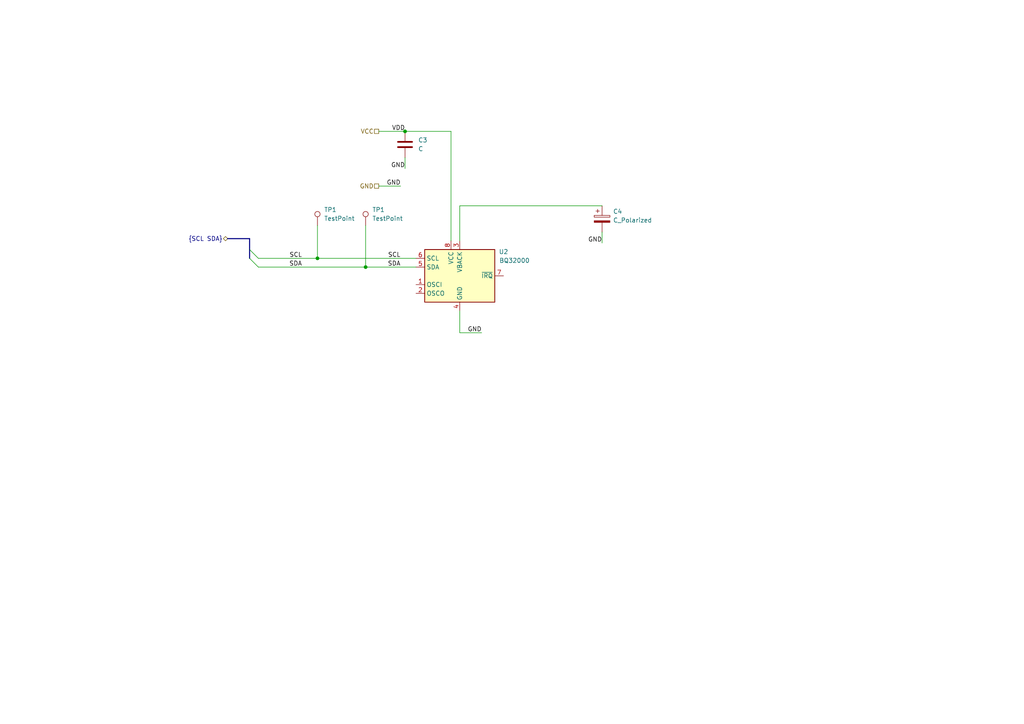
<source format=kicad_sch>
(kicad_sch (version 20230121) (generator eeschema)

  (uuid 276e9270-1ac9-4e3f-b1d9-0cbd51ddd27f)

  (paper "A4")

  (title_block
    (rev "0.1")
    (company "Németh Péter Bence")
    (comment 1 "Kandó Kálmán Villamosmérnöki Kar")
    (comment 2 "Óbudai Egyetem")
  )

  (lib_symbols
    (symbol "Connector:TestPoint" (pin_numbers hide) (pin_names (offset 0.762) hide) (in_bom yes) (on_board yes)
      (property "Reference" "TP" (at 0 6.858 0)
        (effects (font (size 1.27 1.27)))
      )
      (property "Value" "TestPoint" (at 0 5.08 0)
        (effects (font (size 1.27 1.27)))
      )
      (property "Footprint" "" (at 5.08 0 0)
        (effects (font (size 1.27 1.27)) hide)
      )
      (property "Datasheet" "~" (at 5.08 0 0)
        (effects (font (size 1.27 1.27)) hide)
      )
      (property "ki_keywords" "test point tp" (at 0 0 0)
        (effects (font (size 1.27 1.27)) hide)
      )
      (property "ki_description" "test point" (at 0 0 0)
        (effects (font (size 1.27 1.27)) hide)
      )
      (property "ki_fp_filters" "Pin* Test*" (at 0 0 0)
        (effects (font (size 1.27 1.27)) hide)
      )
      (symbol "TestPoint_0_1"
        (circle (center 0 3.302) (radius 0.762)
          (stroke (width 0) (type default))
          (fill (type none))
        )
      )
      (symbol "TestPoint_1_1"
        (pin passive line (at 0 0 90) (length 2.54)
          (name "1" (effects (font (size 1.27 1.27))))
          (number "1" (effects (font (size 1.27 1.27))))
        )
      )
    )
    (symbol "Device:C" (pin_numbers hide) (pin_names (offset 0.254)) (in_bom yes) (on_board yes)
      (property "Reference" "C" (at 0.635 2.54 0)
        (effects (font (size 1.27 1.27)) (justify left))
      )
      (property "Value" "C" (at 0.635 -2.54 0)
        (effects (font (size 1.27 1.27)) (justify left))
      )
      (property "Footprint" "" (at 0.9652 -3.81 0)
        (effects (font (size 1.27 1.27)) hide)
      )
      (property "Datasheet" "~" (at 0 0 0)
        (effects (font (size 1.27 1.27)) hide)
      )
      (property "ki_keywords" "cap capacitor" (at 0 0 0)
        (effects (font (size 1.27 1.27)) hide)
      )
      (property "ki_description" "Unpolarized capacitor" (at 0 0 0)
        (effects (font (size 1.27 1.27)) hide)
      )
      (property "ki_fp_filters" "C_*" (at 0 0 0)
        (effects (font (size 1.27 1.27)) hide)
      )
      (symbol "C_0_1"
        (polyline
          (pts
            (xy -2.032 -0.762)
            (xy 2.032 -0.762)
          )
          (stroke (width 0.508) (type default))
          (fill (type none))
        )
        (polyline
          (pts
            (xy -2.032 0.762)
            (xy 2.032 0.762)
          )
          (stroke (width 0.508) (type default))
          (fill (type none))
        )
      )
      (symbol "C_1_1"
        (pin passive line (at 0 3.81 270) (length 2.794)
          (name "~" (effects (font (size 1.27 1.27))))
          (number "1" (effects (font (size 1.27 1.27))))
        )
        (pin passive line (at 0 -3.81 90) (length 2.794)
          (name "~" (effects (font (size 1.27 1.27))))
          (number "2" (effects (font (size 1.27 1.27))))
        )
      )
    )
    (symbol "Device:C_Polarized" (pin_numbers hide) (pin_names (offset 0.254)) (in_bom yes) (on_board yes)
      (property "Reference" "C" (at 0.635 2.54 0)
        (effects (font (size 1.27 1.27)) (justify left))
      )
      (property "Value" "C_Polarized" (at 0.635 -2.54 0)
        (effects (font (size 1.27 1.27)) (justify left))
      )
      (property "Footprint" "" (at 0.9652 -3.81 0)
        (effects (font (size 1.27 1.27)) hide)
      )
      (property "Datasheet" "~" (at 0 0 0)
        (effects (font (size 1.27 1.27)) hide)
      )
      (property "ki_keywords" "cap capacitor" (at 0 0 0)
        (effects (font (size 1.27 1.27)) hide)
      )
      (property "ki_description" "Polarized capacitor" (at 0 0 0)
        (effects (font (size 1.27 1.27)) hide)
      )
      (property "ki_fp_filters" "CP_*" (at 0 0 0)
        (effects (font (size 1.27 1.27)) hide)
      )
      (symbol "C_Polarized_0_1"
        (rectangle (start -2.286 0.508) (end 2.286 1.016)
          (stroke (width 0) (type default))
          (fill (type none))
        )
        (polyline
          (pts
            (xy -1.778 2.286)
            (xy -0.762 2.286)
          )
          (stroke (width 0) (type default))
          (fill (type none))
        )
        (polyline
          (pts
            (xy -1.27 2.794)
            (xy -1.27 1.778)
          )
          (stroke (width 0) (type default))
          (fill (type none))
        )
        (rectangle (start 2.286 -0.508) (end -2.286 -1.016)
          (stroke (width 0) (type default))
          (fill (type outline))
        )
      )
      (symbol "C_Polarized_1_1"
        (pin passive line (at 0 3.81 270) (length 2.794)
          (name "~" (effects (font (size 1.27 1.27))))
          (number "1" (effects (font (size 1.27 1.27))))
        )
        (pin passive line (at 0 -3.81 90) (length 2.794)
          (name "~" (effects (font (size 1.27 1.27))))
          (number "2" (effects (font (size 1.27 1.27))))
        )
      )
    )
    (symbol "Timer_RTC:BQ32000" (in_bom yes) (on_board yes)
      (property "Reference" "U" (at -8.89 8.89 0)
        (effects (font (size 1.27 1.27)))
      )
      (property "Value" "BQ32000" (at 1.27 8.89 0)
        (effects (font (size 1.27 1.27)) (justify left))
      )
      (property "Footprint" "Package_SO:SOIC-8_3.9x4.9mm_P1.27mm" (at 0 -12.7 0)
        (effects (font (size 1.27 1.27)) hide)
      )
      (property "Datasheet" "http://www.ti.com/lit/ds/symlink/bq32000.pdf" (at 0 0 0)
        (effects (font (size 1.27 1.27)) hide)
      )
      (property "ki_keywords" "RTC, I2C Timekeeping Chip" (at 0 0 0)
        (effects (font (size 1.27 1.27)) hide)
      )
      (property "ki_description" "Serial, I2C Real-time clock, Trickle charger, 3V to 3.6V VCC, -40°C to +85°C, SOIC-8" (at 0 0 0)
        (effects (font (size 1.27 1.27)) hide)
      )
      (property "ki_fp_filters" "SOIC*3.9x4.9mm?P1.27mm*" (at 0 0 0)
        (effects (font (size 1.27 1.27)) hide)
      )
      (symbol "BQ32000_0_1"
        (rectangle (start -10.16 7.62) (end 10.16 -7.62)
          (stroke (width 0.254) (type default))
          (fill (type background))
        )
      )
      (symbol "BQ32000_1_1"
        (pin input line (at -12.7 -2.54 0) (length 2.54)
          (name "OSCI" (effects (font (size 1.27 1.27))))
          (number "1" (effects (font (size 1.27 1.27))))
        )
        (pin input line (at -12.7 -5.08 0) (length 2.54)
          (name "OSCO" (effects (font (size 1.27 1.27))))
          (number "2" (effects (font (size 1.27 1.27))))
        )
        (pin power_in line (at 0 10.16 270) (length 2.54)
          (name "VBACK" (effects (font (size 1.27 1.27))))
          (number "3" (effects (font (size 1.27 1.27))))
        )
        (pin power_in line (at 0 -10.16 90) (length 2.54)
          (name "GND" (effects (font (size 1.27 1.27))))
          (number "4" (effects (font (size 1.27 1.27))))
        )
        (pin bidirectional line (at -12.7 2.54 0) (length 2.54)
          (name "SDA" (effects (font (size 1.27 1.27))))
          (number "5" (effects (font (size 1.27 1.27))))
        )
        (pin input line (at -12.7 5.08 0) (length 2.54)
          (name "SCL" (effects (font (size 1.27 1.27))))
          (number "6" (effects (font (size 1.27 1.27))))
        )
        (pin open_collector line (at 12.7 0 180) (length 2.54)
          (name "~{IRQ}" (effects (font (size 1.27 1.27))))
          (number "7" (effects (font (size 1.27 1.27))))
        )
        (pin power_in line (at -2.54 10.16 270) (length 2.54)
          (name "VCC" (effects (font (size 1.27 1.27))))
          (number "8" (effects (font (size 1.27 1.27))))
        )
      )
    )
  )

  (junction (at 117.475 38.1) (diameter 0) (color 0 0 0 0)
    (uuid 25240dbc-4997-4c4b-bf1a-4a5f6abccd3e)
  )
  (junction (at 106.045 77.47) (diameter 0) (color 0 0 0 0)
    (uuid 2ae61fe8-4da7-4c18-acef-3e19e1f16697)
  )
  (junction (at 92.075 74.93) (diameter 0) (color 0 0 0 0)
    (uuid 8bd522ae-36f9-4b37-bad0-954e9da4b2ff)
  )

  (bus_entry (at 74.93 74.93) (size -2.54 -2.54)
    (stroke (width 0) (type default))
    (uuid 2a09348a-81c8-436d-830f-7d62afcf9dd5)
  )
  (bus_entry (at 74.93 77.47) (size -2.54 -2.54)
    (stroke (width 0) (type default))
    (uuid 57b72408-37a5-486c-b450-f2e686403591)
  )

  (wire (pts (xy 92.075 65.405) (xy 92.075 74.93))
    (stroke (width 0) (type default))
    (uuid 05066a6b-a1ec-4555-956c-5d3542c3f9d0)
  )
  (wire (pts (xy 133.35 90.17) (xy 133.35 96.52))
    (stroke (width 0) (type default))
    (uuid 089a4eef-a661-44a1-b967-0f083625d994)
  )
  (wire (pts (xy 133.35 59.69) (xy 174.625 59.69))
    (stroke (width 0) (type default))
    (uuid 1bf11960-6e60-4e63-b2bf-6215979da9c3)
  )
  (wire (pts (xy 117.475 48.895) (xy 117.475 45.72))
    (stroke (width 0) (type default))
    (uuid 34d0a135-f1ca-4e72-b2e9-33e1b4664bfd)
  )
  (wire (pts (xy 74.93 74.93) (xy 92.075 74.93))
    (stroke (width 0) (type default))
    (uuid 621cedc2-0756-4778-8b12-ea28fdbea521)
  )
  (wire (pts (xy 117.475 38.1) (xy 130.81 38.1))
    (stroke (width 0) (type default))
    (uuid 69b4bd28-f063-4ed7-b50c-fab03c37ff88)
  )
  (wire (pts (xy 109.855 53.975) (xy 116.205 53.975))
    (stroke (width 0) (type default))
    (uuid 6c34eb35-7826-426b-b029-53a4b7cd28b7)
  )
  (wire (pts (xy 109.855 38.1) (xy 117.475 38.1))
    (stroke (width 0) (type default))
    (uuid 6f3081f0-ef81-4453-bcee-084f42972bdc)
  )
  (bus (pts (xy 66.04 69.215) (xy 72.39 69.215))
    (stroke (width 0) (type default))
    (uuid 78623420-c449-49dd-8991-07d64ac4fc55)
  )

  (wire (pts (xy 74.93 77.47) (xy 106.045 77.47))
    (stroke (width 0) (type default))
    (uuid 79e0ebb4-b7a3-4c9b-a20a-0e011f49c682)
  )
  (wire (pts (xy 133.35 59.69) (xy 133.35 69.85))
    (stroke (width 0) (type default))
    (uuid bb5dffdd-d2ef-4cdd-a6cb-8c8e5cab3bbf)
  )
  (bus (pts (xy 72.39 72.39) (xy 72.39 74.93))
    (stroke (width 0) (type default))
    (uuid c3432cea-4300-419b-9436-9ae9f1c7f0ad)
  )

  (wire (pts (xy 130.81 38.1) (xy 130.81 69.85))
    (stroke (width 0) (type default))
    (uuid cab74d38-61e3-475e-9eb3-3379f8731c3d)
  )
  (wire (pts (xy 106.045 65.405) (xy 106.045 77.47))
    (stroke (width 0) (type default))
    (uuid d157e9b8-d91b-44ff-b375-90b95fc8cbb2)
  )
  (wire (pts (xy 92.075 74.93) (xy 120.65 74.93))
    (stroke (width 0) (type default))
    (uuid d2a0a645-f40e-43dc-83c1-b023c477e1ca)
  )
  (wire (pts (xy 106.045 77.47) (xy 120.65 77.47))
    (stroke (width 0) (type default))
    (uuid d3e8ee21-c0a5-45ba-8b89-19bbd8e6567e)
  )
  (bus (pts (xy 72.39 72.39) (xy 72.39 69.215))
    (stroke (width 0) (type default))
    (uuid d40c42f5-e2a3-4fe2-a39e-bed6e5117666)
  )

  (wire (pts (xy 174.625 70.485) (xy 174.625 67.31))
    (stroke (width 0) (type default))
    (uuid d6a4227f-a33a-4f05-acf7-a29d6ac66dbf)
  )
  (wire (pts (xy 133.35 96.52) (xy 139.7 96.52))
    (stroke (width 0) (type default))
    (uuid ed6049bc-7752-4734-8406-e22bc2b0a852)
  )

  (label "GND" (at 116.205 53.975 180) (fields_autoplaced)
    (effects (font (size 1.27 1.27)) (justify right bottom))
    (uuid 01543dea-a691-455a-b75b-b855f975c3cf)
  )
  (label "GND" (at 139.7 96.52 180) (fields_autoplaced)
    (effects (font (size 1.27 1.27)) (justify right bottom))
    (uuid 33d16ca2-24f0-44ee-9de1-2b0b85a7c03a)
  )
  (label "VDD" (at 117.475 38.1 180) (fields_autoplaced)
    (effects (font (size 1.27 1.27)) (justify right bottom))
    (uuid 42d8da7a-1271-42ec-bd7a-ad747cad8479)
  )
  (label "SCL" (at 87.63 74.93 180) (fields_autoplaced)
    (effects (font (size 1.27 1.27)) (justify right bottom))
    (uuid 4f57a493-25ee-4d95-812b-7cd519cd6813)
  )
  (label "GND" (at 174.625 70.485 180) (fields_autoplaced)
    (effects (font (size 1.27 1.27)) (justify right bottom))
    (uuid 56ddf44d-5cd3-47da-9639-594146423a68)
  )
  (label "SCL" (at 116.205 74.93 180) (fields_autoplaced)
    (effects (font (size 1.27 1.27)) (justify right bottom))
    (uuid 7870f58e-cae7-49c9-816c-659d5193551f)
  )
  (label "SDA" (at 116.205 77.47 180) (fields_autoplaced)
    (effects (font (size 1.27 1.27)) (justify right bottom))
    (uuid a1ba09d2-81c9-43a7-a39d-38e23f752143)
  )
  (label "SDA" (at 87.63 77.47 180) (fields_autoplaced)
    (effects (font (size 1.27 1.27)) (justify right bottom))
    (uuid bed6bd80-76e9-478f-8866-a9a7b56a8865)
  )
  (label "GND" (at 117.475 48.895 180) (fields_autoplaced)
    (effects (font (size 1.27 1.27)) (justify right bottom))
    (uuid edf37616-bc10-4062-9614-d48e0c30ed11)
  )

  (hierarchical_label "VCC" (shape passive) (at 109.855 38.1 180) (fields_autoplaced)
    (effects (font (size 1.27 1.27)) (justify right))
    (uuid 156a3151-9ba0-4d0e-8278-e3ba3e7baa10)
  )
  (hierarchical_label "GND" (shape passive) (at 109.855 53.975 180) (fields_autoplaced)
    (effects (font (size 1.27 1.27)) (justify right))
    (uuid 650cc2b1-8288-4ff8-9269-98483238bece)
  )
  (hierarchical_label "{SCL SDA}" (shape bidirectional) (at 66.04 69.215 180) (fields_autoplaced)
    (effects (font (size 1.27 1.27)) (justify right))
    (uuid c3c2f142-2cae-48db-ac51-763864bd51ed)
  )

  (symbol (lib_id "Connector:TestPoint") (at 106.045 65.405 0) (unit 1)
    (in_bom yes) (on_board yes) (dnp no) (fields_autoplaced)
    (uuid 108311a8-70dd-4f12-a234-2dd739efe9c7)
    (property "Reference" "TP1" (at 107.95 60.833 0)
      (effects (font (size 1.27 1.27)) (justify left))
    )
    (property "Value" "TestPoint" (at 107.95 63.373 0)
      (effects (font (size 1.27 1.27)) (justify left))
    )
    (property "Footprint" "TestPoint:TestPoint_THTPad_D1.5mm_Drill0.7mm" (at 111.125 65.405 0)
      (effects (font (size 1.27 1.27)) hide)
    )
    (property "Datasheet" "~" (at 111.125 65.405 0)
      (effects (font (size 1.27 1.27)) hide)
    )
    (pin "1" (uuid e511b75e-9d5d-48ae-954f-6576e941b82e))
    (instances
      (project "NB_IoT_Wheather"
        (path "/b43fc418-fc2e-45fe-88c6-05be9d7ccc47/9b8d88fd-ddbf-4142-80dc-e667e9884500"
          (reference "TP1") (unit 1)
        )
        (path "/b43fc418-fc2e-45fe-88c6-05be9d7ccc47/c5ec9886-3409-462f-ab3d-3d98bfb83105"
          (reference "TP6") (unit 1)
        )
        (path "/b43fc418-fc2e-45fe-88c6-05be9d7ccc47/00177b97-a58f-4268-8e18-994467e246e3"
          (reference "TP13") (unit 1)
        )
      )
    )
  )

  (symbol (lib_id "Device:C_Polarized") (at 174.625 63.5 0) (unit 1)
    (in_bom yes) (on_board yes) (dnp no) (fields_autoplaced)
    (uuid 455a5ef3-287a-4aab-aa05-29aa19b49586)
    (property "Reference" "C4" (at 177.8 61.341 0)
      (effects (font (size 1.27 1.27)) (justify left))
    )
    (property "Value" "C_Polarized" (at 177.8 63.881 0)
      (effects (font (size 1.27 1.27)) (justify left))
    )
    (property "Footprint" "" (at 175.5902 67.31 0)
      (effects (font (size 1.27 1.27)) hide)
    )
    (property "Datasheet" "~" (at 174.625 63.5 0)
      (effects (font (size 1.27 1.27)) hide)
    )
    (property "Mouser" "https://hu.mouser.com/ProductDetail/ABRACON/ADCM-S05R5SA474RB?qs=sGAEpiMZZMsh%252B1woXyUXj%2Fze%252BJJ8bUKCP%252BWYkpBZybk%3D" (at 174.625 63.5 0)
      (effects (font (size 1.27 1.27)) hide)
    )
    (pin "2" (uuid 2c357f32-2327-4b45-8b0e-45fbbfce82a9))
    (pin "1" (uuid 05b3a308-0766-4070-89ff-598544d1f577))
    (instances
      (project "NB_IoT_Wheather"
        (path "/b43fc418-fc2e-45fe-88c6-05be9d7ccc47/00177b97-a58f-4268-8e18-994467e246e3"
          (reference "C4") (unit 1)
        )
      )
    )
  )

  (symbol (lib_id "Timer_RTC:BQ32000") (at 133.35 80.01 0) (unit 1)
    (in_bom yes) (on_board yes) (dnp no)
    (uuid 8f594500-36a4-44c1-9012-cbd775c381b0)
    (property "Reference" "U2" (at 146.05 73.025 0)
      (effects (font (size 1.27 1.27)))
    )
    (property "Value" "BQ32000" (at 149.225 75.565 0)
      (effects (font (size 1.27 1.27)))
    )
    (property "Footprint" "Package_SO:SOIC-8_3.9x4.9mm_P1.27mm" (at 133.35 92.71 0)
      (effects (font (size 1.27 1.27)) hide)
    )
    (property "Datasheet" "http://www.ti.com/lit/ds/symlink/bq32000.pdf" (at 133.35 80.01 0)
      (effects (font (size 1.27 1.27)) hide)
    )
    (property "Mouser" "https://hu.mouser.com/ProductDetail/Texas-Instruments/BQ32000DR?qs=IK5e5L0zOXhHwF090YgGcg%3D%3D" (at 133.35 80.01 0)
      (effects (font (size 1.27 1.27)) hide)
    )
    (pin "6" (uuid 43bbe034-1f38-4df1-981e-21b132d2963e))
    (pin "8" (uuid 7120cf35-bdcc-4c21-a0d3-b0042435e120))
    (pin "3" (uuid a204b01e-9a98-44ee-8068-99e3034f4f19))
    (pin "1" (uuid 26c9bd5f-c983-424a-b7b4-d62bb13ec873))
    (pin "7" (uuid 90bcca8f-cecc-49f2-a9f2-446a8e332a0b))
    (pin "5" (uuid 3dcc46d5-4b72-47e5-a430-332a4618e970))
    (pin "2" (uuid 0005240d-4419-44a4-b313-cca186ba5117))
    (pin "4" (uuid 78766398-b89b-42fa-a571-b342285eb194))
    (instances
      (project "NB_IoT_Wheather"
        (path "/b43fc418-fc2e-45fe-88c6-05be9d7ccc47/00177b97-a58f-4268-8e18-994467e246e3"
          (reference "U2") (unit 1)
        )
      )
    )
  )

  (symbol (lib_id "Connector:TestPoint") (at 92.075 65.405 0) (unit 1)
    (in_bom yes) (on_board yes) (dnp no) (fields_autoplaced)
    (uuid 9db5dca5-6cff-4fb1-9004-259e7040e2f4)
    (property "Reference" "TP1" (at 93.98 60.833 0)
      (effects (font (size 1.27 1.27)) (justify left))
    )
    (property "Value" "TestPoint" (at 93.98 63.373 0)
      (effects (font (size 1.27 1.27)) (justify left))
    )
    (property "Footprint" "TestPoint:TestPoint_THTPad_D1.5mm_Drill0.7mm" (at 97.155 65.405 0)
      (effects (font (size 1.27 1.27)) hide)
    )
    (property "Datasheet" "~" (at 97.155 65.405 0)
      (effects (font (size 1.27 1.27)) hide)
    )
    (pin "1" (uuid 0fe4e594-6783-43c2-aa80-608968e879e2))
    (instances
      (project "NB_IoT_Wheather"
        (path "/b43fc418-fc2e-45fe-88c6-05be9d7ccc47/9b8d88fd-ddbf-4142-80dc-e667e9884500"
          (reference "TP1") (unit 1)
        )
        (path "/b43fc418-fc2e-45fe-88c6-05be9d7ccc47/c5ec9886-3409-462f-ab3d-3d98bfb83105"
          (reference "TP5") (unit 1)
        )
        (path "/b43fc418-fc2e-45fe-88c6-05be9d7ccc47/00177b97-a58f-4268-8e18-994467e246e3"
          (reference "TP12") (unit 1)
        )
      )
    )
  )

  (symbol (lib_id "Device:C") (at 117.475 41.91 0) (unit 1)
    (in_bom yes) (on_board yes) (dnp no) (fields_autoplaced)
    (uuid ecd0d193-edc7-4126-806a-fc4b979bee81)
    (property "Reference" "C3" (at 121.285 40.64 0)
      (effects (font (size 1.27 1.27)) (justify left))
    )
    (property "Value" "C" (at 121.285 43.18 0)
      (effects (font (size 1.27 1.27)) (justify left))
    )
    (property "Footprint" "" (at 118.4402 45.72 0)
      (effects (font (size 1.27 1.27)) hide)
    )
    (property "Datasheet" "~" (at 117.475 41.91 0)
      (effects (font (size 1.27 1.27)) hide)
    )
    (pin "1" (uuid 58f6f4d3-ca6c-461b-a8b2-3c81e54eaaf2))
    (pin "2" (uuid ec336a45-39f8-4fcc-96db-c2dec69d204d))
    (instances
      (project "NB_IoT_Wheather"
        (path "/b43fc418-fc2e-45fe-88c6-05be9d7ccc47/00177b97-a58f-4268-8e18-994467e246e3"
          (reference "C3") (unit 1)
        )
      )
    )
  )
)

</source>
